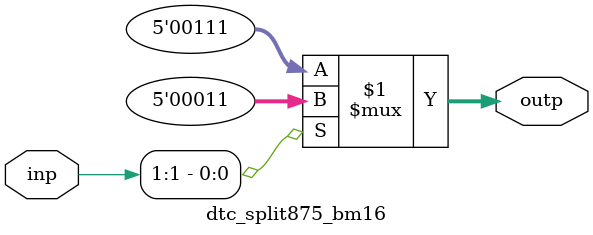
<source format=v>
module dtc_split875_bm16 (
	input  wire [5-1:0] inp,
	output wire [5-1:0] outp
);


	assign outp = (inp[1]) ? 5'b00011 : 5'b00111;

endmodule
</source>
